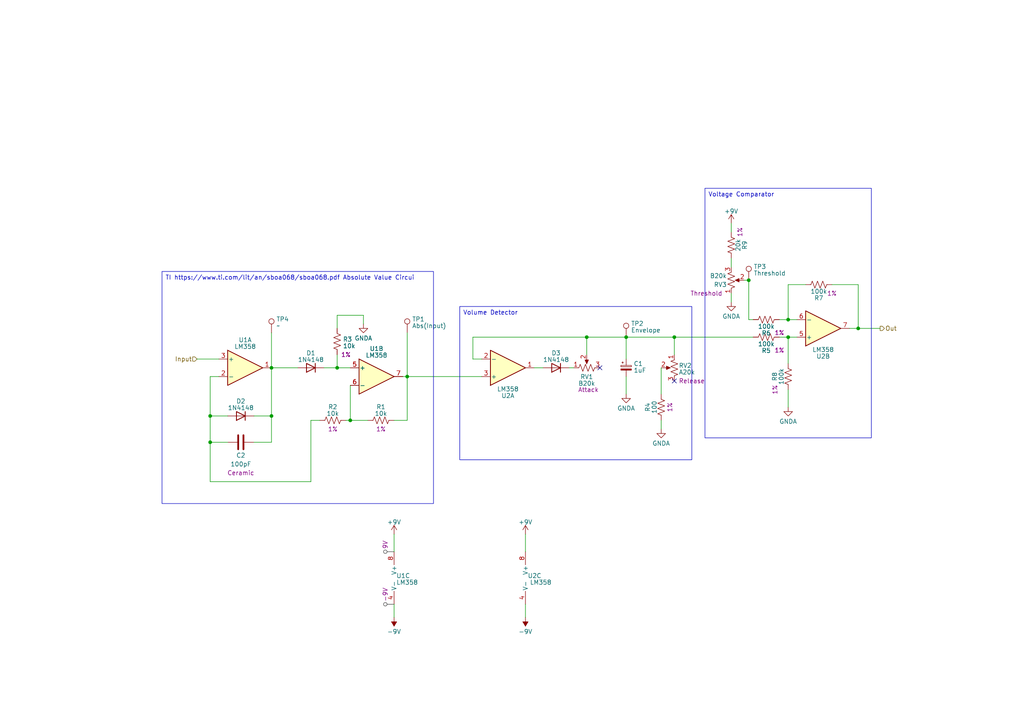
<source format=kicad_sch>
(kicad_sch (version 20230121) (generator eeschema)
  (paper "A4")
  (lib_symbols
    (symbol "Amplifier_Operational:LM358" (pin_names (offset 0.127))
      (property "Reference" "U" (at 0 5.08 0))
      (property "Value" "LM358" (at 0 -5.08 0))
      (symbol "LM358_1_1"
        (polyline (pts (xy -5.08 5.08) (xy 5.08 0) (xy -5.08 -5.08) (xy -5.08 5.08)) (stroke (width 0.254)) (fill (type background)))
        (pin output line (at 7.62 0 180) (length 2.54) (name "~") (number "1"))
        (pin input line (at -7.62 -2.54 0) (length 2.54) (name "-") (number "2"))
        (pin input line (at -7.62 2.54 0) (length 2.54) (name "+") (number "3"))
      )
      (symbol "LM358_2_1"
        (polyline (pts (xy -5.08 5.08) (xy 5.08 0) (xy -5.08 -5.08) (xy -5.08 5.08)) (stroke (width 0.254)) (fill (type background)))
        (pin input line (at -7.62 2.54 0) (length 2.54) (name "+") (number "5"))
        (pin input line (at -7.62 -2.54 0) (length 2.54) (name "-") (number "6"))
        (pin output line (at 7.62 0 180) (length 2.54) (name "~") (number "7"))
      )
      (symbol "LM358_3_1"
        (pin power_in line (at -2.54 -7.62 90) (length 3.81) (name "V-") (number "4"))
        (pin power_in line (at -2.54 7.62 270) (length 3.81) (name "V+") (number "8"))
      )
    )
    (symbol "Connector:TestPoint" (pin_numbers hide) (pin_names (offset 0.762) hide)
      (property "Reference" "TP" (at 0 6.858 0))
      (property "Value" "TestPoint" (at 0 5.08 0))
      (symbol "TestPoint_0_1"
        (circle (center 0 3.302) (radius 0.762))
      )
      (symbol "TestPoint_1_1"
        (pin passive line (at 0 0 90) (length 2.54) (name "1") (number "1"))
      )
    )
    (symbol "Device:C" (pin_numbers hide) (pin_names (offset 0.254))
      (property "Reference" "C" (at 0.635 2.54 0))
      (property "Value" "C" (at 0.635 -2.54 0))
      (symbol "C_0_1"
        (polyline (pts (xy -2.032 -0.762) (xy 2.032 -0.762)) (stroke (width 0.508)))
        (polyline (pts (xy -2.032 0.762) (xy 2.032 0.762)) (stroke (width 0.508)))
      )
      (symbol "C_1_1"
        (pin passive line (at 0 3.81 270) (length 2.794) (name "~") (number "1"))
        (pin passive line (at 0 -3.81 90) (length 2.794) (name "~") (number "2"))
      )
    )
    (symbol "Device:C_Polarized_Small" (pin_numbers hide) (pin_names (offset 0.254) hide)
      (property "Reference" "C" (at 0.254 1.778 0))
      (property "Value" "C_Polarized_Small" (at 0.254 -2.032 0))
      (symbol "C_Polarized_Small_0_1"
        (rectangle (start -1.524 -0.3048) (end 1.524 -0.6858) (fill (type outline)))
        (rectangle (start -1.524 0.6858) (end 1.524 0.3048))
        (polyline (pts (xy -1.27 1.524) (xy -0.762 1.524)))
        (polyline (pts (xy -1.016 1.27) (xy -1.016 1.778)))
      )
      (symbol "C_Polarized_Small_1_1"
        (pin passive line (at 0 2.54 270) (length 1.8542) (name "~") (number "1"))
        (pin passive line (at 0 -2.54 90) (length 1.8542) (name "~") (number "2"))
      )
    )
    (symbol "Device:R_Potentiometer_US" (pin_names (offset 1.016) hide)
      (property "Reference" "RV" (at -4.445 0 90))
      (property "Value" "R_Potentiometer_US" (at -2.54 0 90))
      (symbol "R_Potentiometer_US_0_1"
        (polyline (pts (xy 0 -2.286) (xy 0 -2.54)))
        (polyline (pts (xy 0 2.54) (xy 0 2.286)))
        (polyline (pts (xy 2.54 0) (xy 1.524 0)))
        (polyline (pts (xy 1.143 0) (xy 2.286 0.508) (xy 2.286 -0.508) (xy 1.143 0)) (fill (type outline)))
        (polyline (pts (xy 0 -0.762) (xy 1.016 -1.143) (xy 0 -1.524) (xy -1.016 -1.905) (xy 0 -2.286)))
        (polyline (pts (xy 0 0.762) (xy 1.016 0.381) (xy 0 0) (xy -1.016 -0.381) (xy 0 -0.762)))
        (polyline (pts (xy 0 2.286) (xy 1.016 1.905) (xy 0 1.524) (xy -1.016 1.143) (xy 0 0.762)))
      )
      (symbol "R_Potentiometer_US_1_1"
        (pin passive line (at 0 3.81 270) (length 1.27) (name "1") (number "1"))
        (pin passive line (at 3.81 0 180) (length 1.27) (name "2") (number "2"))
        (pin passive line (at 0 -3.81 90) (length 1.27) (name "3") (number "3"))
      )
    )
    (symbol "Device:R_US" (pin_numbers hide) (pin_names (offset 0))
      (property "Reference" "R" (at 2.54 0 90))
      (property "Value" "R_US" (at -2.54 0 90))
      (symbol "R_US_0_1"
        (polyline (pts (xy 0 -2.286) (xy 0 -2.54)))
        (polyline (pts (xy 0 2.286) (xy 0 2.54)))
        (polyline (pts (xy 0 -0.762) (xy 1.016 -1.143) (xy 0 -1.524) (xy -1.016 -1.905) (xy 0 -2.286)))
        (polyline (pts (xy 0 0.762) (xy 1.016 0.381) (xy 0 0) (xy -1.016 -0.381) (xy 0 -0.762)))
        (polyline (pts (xy 0 2.286) (xy 1.016 1.905) (xy 0 1.524) (xy -1.016 1.143) (xy 0 0.762)))
      )
      (symbol "R_US_1_1"
        (pin passive line (at 0 3.81 270) (length 1.27) (name "~") (number "1"))
        (pin passive line (at 0 -3.81 90) (length 1.27) (name "~") (number "2"))
      )
    )
    (symbol "Diode:1N4148" (pin_numbers hide) (pin_names hide)
      (property "Reference" "D" (at 0 2.54 0))
      (property "Value" "1N4148" (at 0 -2.54 0))
      (symbol "1N4148_0_1"
        (polyline (pts (xy -1.27 1.27) (xy -1.27 -1.27)) (stroke (width 0.254)))
        (polyline (pts (xy 1.27 0) (xy -1.27 0)))
        (polyline (pts (xy 1.27 1.27) (xy 1.27 -1.27) (xy -1.27 0) (xy 1.27 1.27)) (stroke (width 0.254)))
      )
      (symbol "1N4148_1_1"
        (pin passive line (at -3.81 0 0) (length 2.54) (name "K") (number "1"))
        (pin passive line (at 3.81 0 180) (length 2.54) (name "A") (number "2"))
      )
    )
    (symbol "power:+9V" (power) (pin_names (offset 0))
      (property "Value" "+9V" (at 0 3.556 0))
      (symbol "+9V_0_1"
        (polyline (pts (xy -0.762 1.27) (xy 0 2.54)))
        (polyline (pts (xy 0 0) (xy 0 2.54)))
        (polyline (pts (xy 0 2.54) (xy 0.762 1.27)))
      )
      (symbol "+9V_1_1"
        (pin power_in line (at 0 0 90) (length 0) hide (name "+9V") (number "1"))
      )
    )
    (symbol "power:-9V" (power) (pin_names (offset 0))
      (property "Value" "-9V" (at 0 3.81 0))
      (symbol "-9V_0_1"
        (polyline (pts (xy 0 0) (xy 0 2.54)))
        (polyline (pts (xy 0.762 1.27) (xy -0.762 1.27) (xy 0 2.54) (xy 0.762 1.27)) (fill (type outline)))
      )
      (symbol "-9V_1_1"
        (pin power_in line (at 0 0 90) (length 0) hide (name "-9V") (number "1"))
      )
    )
    (symbol "power:GNDA" (power) (pin_names (offset 0))
      (property "Value" "GNDA" (at 0 -3.81 0))
      (symbol "GNDA_0_1"
        (polyline (pts (xy 0 0) (xy 0 -1.27) (xy 1.27 -1.27) (xy 0 -2.54) (xy -1.27 -1.27) (xy 0 -1.27)))
      )
      (symbol "GNDA_1_1"
        (pin power_in line (at 0 0 270) (length 0) hide (name "GNDA") (number "1"))
      )
    )
  )
  (junction (at 97.79 106.68))
  (junction (at 101.6 121.92))
  (junction (at 78.74 120.65))
  (junction (at 195.58 97.79))
  (junction (at 181.61 97.79))
  (junction (at 78.74 106.68))
  (junction (at 248.92 95.25))
  (junction (at 228.6 92.71))
  (junction (at 60.96 128.27))
  (junction (at 170.18 97.79))
  (junction (at 118.11 109.22))
  (junction (at 228.6 97.79))
  (junction (at 217.17 81.28))
  (junction (at 60.96 120.65))
  (no_connect (at 173.99 106.68))
  (no_connect (at 195.58 110.49))
  (wire (pts (xy 191.77 106.68) (xy 191.77 114.3)))
  (wire (pts (xy 228.6 92.71) (xy 231.14 92.71)))
  (wire (pts (xy 226.06 97.79) (xy 228.6 97.79)))
  (wire (pts (xy 60.96 109.22) (xy 63.5 109.22)))
  (wire (pts (xy 105.41 91.44) (xy 97.79 91.44)))
  (wire (pts (xy 60.96 120.65) (xy 60.96 109.22)))
  (wire (pts (xy 248.92 95.25) (xy 255.27 95.25)))
  (wire (pts (xy 181.61 97.79) (xy 170.18 97.79)))
  (wire (pts (xy 241.3 82.55) (xy 248.92 82.55)))
  (wire (pts (xy 66.04 128.27) (xy 60.96 128.27)))
  (wire (pts (xy 93.98 106.68) (xy 97.79 106.68)))
  (wire (pts (xy 90.17 139.7) (xy 60.96 139.7)))
  (wire (pts (xy 97.79 91.44) (xy 97.79 95.25)))
  (wire (pts (xy 118.11 96.52) (xy 118.11 109.22)))
  (wire (pts (xy 78.74 106.68) (xy 86.36 106.68)))
  (wire (pts (xy 228.6 118.11) (xy 228.6 113.03)))
  (wire (pts (xy 114.3 121.92) (xy 118.11 121.92)))
  (wire (pts (xy 90.17 121.92) (xy 90.17 139.7)))
  (wire (pts (xy 181.61 109.22) (xy 181.61 114.3)))
  (wire (pts (xy 97.79 102.87) (xy 97.79 106.68)))
  (wire (pts (xy 228.6 82.55) (xy 228.6 92.71)))
  (wire (pts (xy 118.11 109.22) (xy 139.7 109.22)))
  (wire (pts (xy 170.18 102.87) (xy 170.18 97.79)))
  (wire (pts (xy 137.16 104.14) (xy 139.7 104.14)))
  (wire (pts (xy 60.96 128.27) (xy 60.96 120.65)))
  (wire (pts (xy 114.3 154.94) (xy 114.3 160.02)))
  (wire (pts (xy 166.37 106.68) (xy 165.1 106.68)))
  (wire (pts (xy 78.74 128.27) (xy 78.74 120.65)))
  (wire (pts (xy 78.74 96.52) (xy 78.74 106.68)))
  (wire (pts (xy 66.04 120.65) (xy 60.96 120.65)))
  (wire (pts (xy 118.11 109.22) (xy 116.84 109.22)))
  (wire (pts (xy 226.06 92.71) (xy 228.6 92.71)))
  (wire (pts (xy 78.74 106.68) (xy 78.74 120.65)))
  (wire (pts (xy 212.09 64.77) (xy 212.09 67.31)))
  (wire (pts (xy 60.96 139.7) (xy 60.96 128.27)))
  (wire (pts (xy 101.6 121.92) (xy 100.33 121.92)))
  (wire (pts (xy 137.16 97.79) (xy 137.16 104.14)))
  (wire (pts (xy 181.61 104.14) (xy 181.61 97.79)))
  (wire (pts (xy 152.4 175.26) (xy 152.4 179.07)))
  (wire (pts (xy 212.09 74.93) (xy 212.09 77.47)))
  (wire (pts (xy 195.58 97.79) (xy 218.44 97.79)))
  (wire (pts (xy 114.3 175.26) (xy 114.3 179.07)))
  (wire (pts (xy 101.6 111.76) (xy 101.6 121.92)))
  (wire (pts (xy 195.58 102.87) (xy 195.58 97.79)))
  (wire (pts (xy 118.11 121.92) (xy 118.11 109.22)))
  (wire (pts (xy 101.6 121.92) (xy 106.68 121.92)))
  (wire (pts (xy 170.18 97.79) (xy 137.16 97.79)))
  (wire (pts (xy 228.6 97.79) (xy 231.14 97.79)))
  (wire (pts (xy 228.6 97.79) (xy 228.6 105.41)))
  (wire (pts (xy 105.41 91.44) (xy 105.41 93.98)))
  (wire (pts (xy 97.79 106.68) (xy 101.6 106.68)))
  (wire (pts (xy 73.66 120.65) (xy 78.74 120.65)))
  (wire (pts (xy 90.17 121.92) (xy 92.71 121.92)))
  (wire (pts (xy 191.77 124.46) (xy 191.77 121.92)))
  (wire (pts (xy 195.58 97.79) (xy 181.61 97.79)))
  (wire (pts (xy 215.9 81.28) (xy 217.17 81.28)))
  (wire (pts (xy 152.4 154.94) (xy 152.4 160.02)))
  (wire (pts (xy 217.17 92.71) (xy 218.44 92.71)))
  (wire (pts (xy 157.48 106.68) (xy 154.94 106.68)))
  (wire (pts (xy 57.15 104.14) (xy 63.5 104.14)))
  (wire (pts (xy 248.92 82.55) (xy 248.92 95.25)))
  (wire (pts (xy 233.68 82.55) (xy 228.6 82.55)))
  (wire (pts (xy 73.66 128.27) (xy 78.74 128.27)))
  (wire (pts (xy 248.92 95.25) (xy 246.38 95.25)))
  (wire (pts (xy 217.17 81.28) (xy 217.17 92.71)))
  (wire (pts (xy 212.09 87.63) (xy 212.09 85.09)))
  (text_box "Voltage Comparator" (at 204.47 54.61 0) (size 48.26 72.39) (effects (font (size 1.27 1.27)) (justify left top)))
  (text_box "TI https://www.ti.com/lit/an/sboa068/sboa068.pdf Absolute Value Circui" (at 46.99 78.74 0) (size 78.74 67.31) (effects (font (size 1.27 1.27)) (justify left top)))
  (text_box "Volume Detector" (at 133.35 88.9 0) (size 67.31 44.45) (effects (font (size 1.27 1.27)) (justify left top)))
  (hierarchical_label "Input" (shape input) (at 57.15 104.14 180))
  (hierarchical_label "Out" (shape output) (at 255.27 95.25 0))
  (netclass_flag "" (length 2.54) (shape round) (at 114.3 160.02 90) (property "Netclass" "9V" (at 111.76 159.3215 90) (effects (font italic) (justify left))))
  (netclass_flag "" (length 2.54) (shape round) (at 114.3 175.26 90) (property "Netclass" "-9V" (at 111.76 174.5615 90) (effects (font italic) (justify left))))
  (symbol (lib_id "Connector:TestPoint") (at 181.61 97.79 0) (unit 1)
    (property "Reference" "TP2" (at 183.007 93.8443 0) (effects (justify left)))
    (property "Value" "Envelope" (at 183.007 95.7653 0) (effects (justify left)))
  )
  (symbol (lib_id "Device:R_US") (at 97.79 99.06 180) (unit 1)
    (property "Reference" "R3" (at 99.441 98.4163 0) (effects (justify right)))
    (property "Value" "10k" (at 99.441 100.3373 0) (effects (justify right)))
    (property "Description" "1%" (at 100.33 102.87 0))
  )
  (symbol (lib_id "Device:R_Potentiometer_US") (at 195.58 106.68 0) (mirror y) (unit 1)
    (property "Reference" "RV2" (at 196.85 106.029 0) (effects (justify right)))
    (property "Value" "A20k" (at 196.85 107.95 0) (effects (justify right)))
    (property "Description" "Release" (at 196.85 110.49 0) (effects (justify right)))
  )
  (symbol (lib_id "Device:C") (at 69.85 128.27 90) (unit 1)
    (property "Reference" "C2" (at 69.85 132.08 90))
    (property "Value" "100pF" (at 69.85 134.62 90))
    (property "Description" "Ceramic" (at 69.85 137.16 90))
  )
  (symbol (lib_id "Device:R_US") (at 222.25 97.79 270) (unit 1)
    (property "Reference" "R5" (at 222.25 101.6889 90))
    (property "Value" "100k" (at 222.25 99.7679 90))
    (property "Description" "1%" (at 226.06 101.6 90))
  )
  (symbol (lib_id "Device:R_US") (at 222.25 92.71 270) (unit 1)
    (property "Reference" "R6" (at 222.25 96.6089 90))
    (property "Value" "100k" (at 222.25 94.6879 90))
    (property "Description" "1%" (at 226.06 96.52 90))
  )
  (symbol (lib_id "Device:R_US") (at 191.77 118.11 180) (unit 1)
    (property "Reference" "R4" (at 187.8711 118.11 90))
    (property "Value" "100" (at 189.7921 118.11 90))
    (property "Description" "1%" (at 194.31 118.11 90))
  )
  (symbol (lib_id "power:GNDA") (at 191.77 124.46 0) (unit 1)
    (property "Reference" "#PWR07" (effects hide))
    (property "Value" "GNDA" (at 191.77 128.5955 0))
  )
  (symbol (lib_id "Device:R_US") (at 228.6 109.22 180) (unit 1)
    (property "Reference" "R8" (at 224.7011 109.22 90))
    (property "Value" "100k" (at 226.6221 109.22 90))
    (property "Description" "1%" (at 224.79 113.03 90))
  )
  (symbol (lib_id "Amplifier_Operational:LM358") (at 116.84 167.64 0) (unit 3)
    (property "Reference" "U1" (at 114.935 166.9963 0) (effects (justify left)))
    (property "Value" "LM358" (at 114.935 168.9173 0) (effects (justify left)))
    (property "Datasheet" "http://www.ti.com/lit/ds/symlink/lm2904-n.pdf" (effects hide))
  )
  (symbol (lib_id "Connector:TestPoint") (at 118.11 96.52 0) (unit 1)
    (property "Reference" "TP1" (at 119.507 92.5743 0) (effects (justify left)))
    (property "Value" "Abs(Input)" (at 119.507 94.4953 0) (effects (justify left)))
  )
  (symbol (lib_id "Device:C_Polarized_Small") (at 181.61 106.68 0) (unit 1)
    (property "Reference" "C1" (at 183.769 105.4902 0) (effects (justify left)))
    (property "Value" "1uF" (at 183.769 107.4112 0) (effects (justify left)))
  )
  (symbol (lib_id "Amplifier_Operational:LM358") (at 109.22 109.22 0) (unit 2)
    (property "Reference" "U1" (at 109.22 101.1301 0))
    (property "Value" "LM358" (at 109.22 103.0511 0))
    (property "Datasheet" "http://www.ti.com/lit/ds/symlink/lm2904-n.pdf" (effects hide))
  )
  (symbol (lib_id "Amplifier_Operational:LM358") (at 147.32 106.68 0) (mirror x) (unit 1)
    (property "Reference" "U2" (at 147.32 114.7699 0))
    (property "Value" "LM358" (at 147.32 112.8489 0))
    (property "Datasheet" "http://www.ti.com/lit/ds/symlink/lm2904-n.pdf" (effects hide))
  )
  (symbol (lib_id "Amplifier_Operational:LM358") (at 154.94 167.64 0) (unit 3)
    (property "Reference" "U2" (at 153.035 166.9963 0) (effects (justify left)))
    (property "Value" "LM358" (at 153.67 168.91 0) (effects (justify left)))
    (property "Datasheet" "http://www.ti.com/lit/ds/symlink/lm2904-n.pdf" (effects hide))
  )
  (symbol (lib_id "Device:R_US") (at 237.49 82.55 270) (unit 1)
    (property "Reference" "R7" (at 237.49 86.4489 90))
    (property "Value" "100k" (at 237.49 84.5279 90))
    (property "Description" "1%" (at 241.3 85.09 90))
  )
  (symbol (lib_id "Device:R_Potentiometer_US") (at 170.18 106.68 90) (unit 1)
    (property "Reference" "RV1" (at 170.18 109.2915 90))
    (property "Value" "B20k" (at 170.18 111.2125 90))
    (property "Description" "Attack" (at 167.64 113.03 90) (effects (justify right)))
  )
  (symbol (lib_id "Device:R_US") (at 212.09 71.12 0) (unit 1)
    (property "Reference" "R9" (at 215.9889 71.12 90))
    (property "Value" "20k" (at 214.0679 71.12 90))
    (property "Description" "1%" (at 214.63 67.31 90))
  )
  (symbol (lib_id "power:+9V") (at 212.09 64.77 0) (unit 1)
    (property "Reference" "#PWR010" (effects hide))
    (property "Value" "+9V" (at 212.09 61.2681 0))
  )
  (symbol (lib_id "Diode:1N4148") (at 69.85 120.65 180) (unit 1)
    (property "Reference" "D2" (at 69.85 116.3701 0))
    (property "Value" "1N4148" (at 69.85 118.2911 0))
    (property "Footprint" "Diode_THT:D_DO-35_SOD27_P7.62mm_Horizontal" (effects hide))
    (property "Datasheet" "https://assets.nexperia.com/documents/data-sheet/1N4148_1N4448.pdf" (effects hide))
    (property "Sim.Device" "D" (effects hide))
    (property "Sim.Pins" "1=K 2=A" (effects hide))
  )
  (symbol (lib_id "power:+9V") (at 152.4 154.94 0) (unit 1)
    (property "Reference" "#PWR04" (effects hide))
    (property "Value" "+9V" (at 152.4 151.4381 0))
  )
  (symbol (lib_id "power:-9V") (at 114.3 179.07 180) (unit 1)
    (property "Reference" "#PWR02" (effects hide))
    (property "Value" "-9V" (at 114.3 183.2055 0))
  )
  (symbol (lib_id "Amplifier_Operational:LM358") (at 71.12 106.68 0) (unit 1)
    (property "Reference" "U1" (at 71.12 98.5901 0))
    (property "Value" "LM358" (at 71.12 100.5111 0))
    (property "Datasheet" "http://www.ti.com/lit/ds/symlink/lm2904-n.pdf" (effects hide))
  )
  (symbol (lib_id "power:-9V") (at 152.4 179.07 180) (unit 1)
    (property "Reference" "#PWR05" (effects hide))
    (property "Value" "-9V" (at 152.4 183.2055 0))
  )
  (symbol (lib_id "Diode:1N4148") (at 161.29 106.68 180) (unit 1)
    (property "Reference" "D3" (at 161.29 102.4001 0))
    (property "Value" "1N4148" (at 161.29 104.3211 0))
    (property "Footprint" "Diode_THT:D_DO-35_SOD27_P7.62mm_Horizontal" (effects hide))
    (property "Datasheet" "https://assets.nexperia.com/documents/data-sheet/1N4148_1N4448.pdf" (effects hide))
    (property "Sim.Device" "D" (effects hide))
    (property "Sim.Pins" "1=K 2=A" (effects hide))
  )
  (symbol (lib_id "Device:R_US") (at 96.52 121.92 90) (unit 1)
    (property "Reference" "R2" (at 96.52 118.0211 90))
    (property "Value" "10k" (at 96.52 119.9421 90))
    (property "Description" "1%" (at 96.52 124.46 90))
  )
  (symbol (lib_id "Diode:1N4148") (at 90.17 106.68 180) (unit 1)
    (property "Reference" "D1" (at 90.17 102.4001 0))
    (property "Value" "1N4148" (at 90.17 104.3211 0))
    (property "Footprint" "Diode_THT:D_DO-35_SOD27_P7.62mm_Horizontal" (effects hide))
    (property "Datasheet" "https://assets.nexperia.com/documents/data-sheet/1N4148_1N4448.pdf" (effects hide))
    (property "Sim.Device" "D" (effects hide))
    (property "Sim.Pins" "1=K 2=A" (effects hide))
  )
  (symbol (lib_id "power:GNDA") (at 212.09 87.63 0) (unit 1)
    (property "Reference" "#PWR09" (effects hide))
    (property "Value" "GNDA" (at 212.09 91.7655 0))
  )
  (symbol (lib_id "Connector:TestPoint") (at 217.17 81.28 0) (unit 1)
    (property "Reference" "TP3" (at 218.567 77.3343 0) (effects (justify left)))
    (property "Value" "Threshold" (at 218.567 79.2553 0) (effects (justify left)))
  )
  (symbol (lib_id "Device:R_US") (at 110.49 121.92 270) (unit 1)
    (property "Reference" "R1" (at 110.49 118.0211 90))
    (property "Value" "10k" (at 110.49 119.9421 90))
    (property "Description" "1%" (at 110.49 124.46 90))
  )
  (symbol (lib_id "power:GNDA") (at 228.6 118.11 0) (unit 1)
    (property "Reference" "#PWR08" (effects hide))
    (property "Value" "GNDA" (at 228.6 122.2455 0))
  )
  (symbol (lib_id "Connector:TestPoint") (at 78.74 96.52 0) (unit 1)
    (property "Reference" "TP4" (at 80.137 92.5743 0) (effects (justify left)))
    (property "Value" "~" (at 80.137 94.4953 0) (effects (justify left)))
  )
  (symbol (lib_id "Device:R_Potentiometer_US") (at 212.09 81.28 0) (mirror x) (unit 1)
    (property "Reference" "RV3" (at 210.82 82.55 0) (effects (justify right)))
    (property "Value" "B20k" (at 210.82 80.01 0) (effects (justify right)))
    (property "Description" "Threshold" (at 209.55 85.09 0) (effects (justify right)))
  )
  (symbol (lib_id "power:+9V") (at 114.3 154.94 0) (unit 1)
    (property "Reference" "#PWR01" (effects hide))
    (property "Value" "+9V" (at 114.3 151.4381 0))
  )
  (symbol (lib_id "Amplifier_Operational:LM358") (at 238.76 95.25 0) (mirror x) (unit 2)
    (property "Reference" "U2" (at 238.76 103.3399 0))
    (property "Value" "LM358" (at 238.76 101.4189 0))
    (property "Datasheet" "http://www.ti.com/lit/ds/symlink/lm2904-n.pdf" (effects hide))
  )
  (symbol (lib_id "power:GNDA") (at 181.61 114.3 0) (unit 1)
    (property "Reference" "#PWR06" (effects hide))
    (property "Value" "GNDA" (at 181.61 118.4355 0))
  )
  (symbol (lib_id "power:GNDA") (at 105.41 93.98 0) (unit 1)
    (property "Reference" "#PWR03" (effects hide))
    (property "Value" "GNDA" (at 105.41 98.1155 0))
  )
)
</source>
